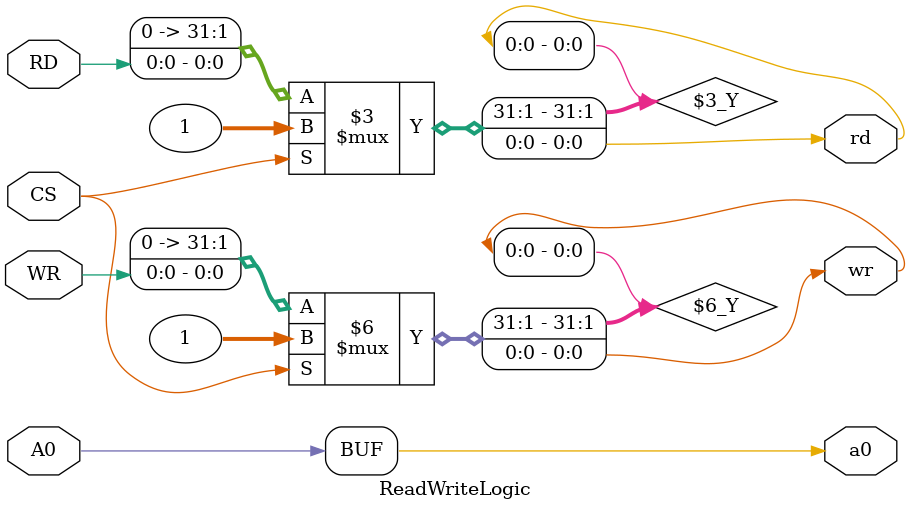
<source format=v>
module ReadWriteLogic (RD, WR, A0, CS, wr, rd, a0);

    input RD, WR, A0, CS;
    output rd, a0, wr;

    assign rd = (~CS) ? RD : 1;
    assign wr = (~CS) ? WR : 1;
    assign a0 = A0;

endmodule
</source>
